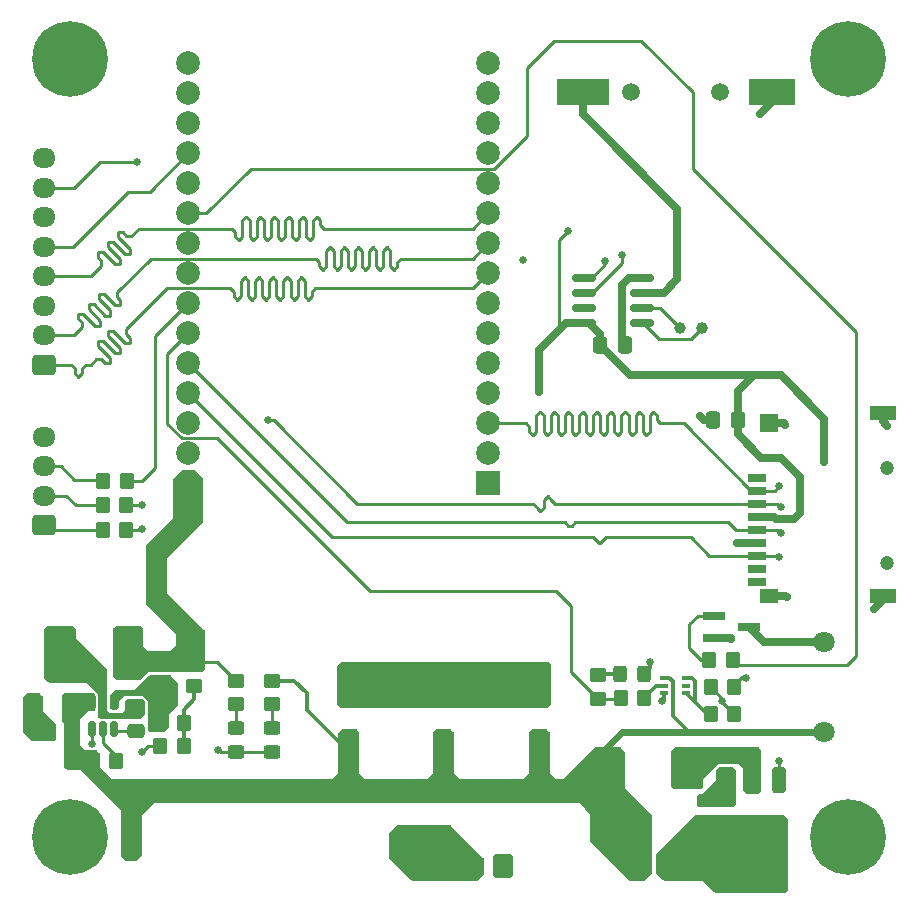
<source format=gtl>
G04 #@! TF.GenerationSoftware,KiCad,Pcbnew,7.0.8*
G04 #@! TF.CreationDate,2023-10-27T20:47:02+03:00*
G04 #@! TF.ProjectId,door-lock-pcb,646f6f72-2d6c-46f6-936b-2d7063622e6b,rev?*
G04 #@! TF.SameCoordinates,Original*
G04 #@! TF.FileFunction,Copper,L1,Top*
G04 #@! TF.FilePolarity,Positive*
%FSLAX46Y46*%
G04 Gerber Fmt 4.6, Leading zero omitted, Abs format (unit mm)*
G04 Created by KiCad (PCBNEW 7.0.8) date 2023-10-27 20:47:02*
%MOMM*%
%LPD*%
G01*
G04 APERTURE LIST*
G04 Aperture macros list*
%AMRoundRect*
0 Rectangle with rounded corners*
0 $1 Rounding radius*
0 $2 $3 $4 $5 $6 $7 $8 $9 X,Y pos of 4 corners*
0 Add a 4 corners polygon primitive as box body*
4,1,4,$2,$3,$4,$5,$6,$7,$8,$9,$2,$3,0*
0 Add four circle primitives for the rounded corners*
1,1,$1+$1,$2,$3*
1,1,$1+$1,$4,$5*
1,1,$1+$1,$6,$7*
1,1,$1+$1,$8,$9*
0 Add four rect primitives between the rounded corners*
20,1,$1+$1,$2,$3,$4,$5,0*
20,1,$1+$1,$4,$5,$6,$7,0*
20,1,$1+$1,$6,$7,$8,$9,0*
20,1,$1+$1,$8,$9,$2,$3,0*%
G04 Aperture macros list end*
G04 #@! TA.AperFunction,SMDPad,CuDef*
%ADD10R,0.650000X0.400000*%
G04 #@! TD*
G04 #@! TA.AperFunction,SMDPad,CuDef*
%ADD11RoundRect,0.250000X0.350000X0.450000X-0.350000X0.450000X-0.350000X-0.450000X0.350000X-0.450000X0*%
G04 #@! TD*
G04 #@! TA.AperFunction,SMDPad,CuDef*
%ADD12RoundRect,0.250000X0.337500X0.475000X-0.337500X0.475000X-0.337500X-0.475000X0.337500X-0.475000X0*%
G04 #@! TD*
G04 #@! TA.AperFunction,SMDPad,CuDef*
%ADD13RoundRect,0.250000X0.550000X-1.500000X0.550000X1.500000X-0.550000X1.500000X-0.550000X-1.500000X0*%
G04 #@! TD*
G04 #@! TA.AperFunction,ComponentPad*
%ADD14R,2.000000X2.000000*%
G04 #@! TD*
G04 #@! TA.AperFunction,ComponentPad*
%ADD15C,2.000000*%
G04 #@! TD*
G04 #@! TA.AperFunction,SMDPad,CuDef*
%ADD16RoundRect,0.250000X0.450000X-0.325000X0.450000X0.325000X-0.450000X0.325000X-0.450000X-0.325000X0*%
G04 #@! TD*
G04 #@! TA.AperFunction,SMDPad,CuDef*
%ADD17RoundRect,0.250000X-0.450000X0.350000X-0.450000X-0.350000X0.450000X-0.350000X0.450000X0.350000X0*%
G04 #@! TD*
G04 #@! TA.AperFunction,SMDPad,CuDef*
%ADD18RoundRect,0.250000X-0.350000X-0.450000X0.350000X-0.450000X0.350000X0.450000X-0.350000X0.450000X0*%
G04 #@! TD*
G04 #@! TA.AperFunction,SMDPad,CuDef*
%ADD19RoundRect,0.250000X-0.337500X-0.475000X0.337500X-0.475000X0.337500X0.475000X-0.337500X0.475000X0*%
G04 #@! TD*
G04 #@! TA.AperFunction,ComponentPad*
%ADD20C,1.800000*%
G04 #@! TD*
G04 #@! TA.AperFunction,SMDPad,CuDef*
%ADD21RoundRect,0.250000X0.450000X-0.350000X0.450000X0.350000X-0.450000X0.350000X-0.450000X-0.350000X0*%
G04 #@! TD*
G04 #@! TA.AperFunction,ComponentPad*
%ADD22C,0.800000*%
G04 #@! TD*
G04 #@! TA.AperFunction,ComponentPad*
%ADD23C,6.400000*%
G04 #@! TD*
G04 #@! TA.AperFunction,ComponentPad*
%ADD24RoundRect,0.250000X0.725000X-0.600000X0.725000X0.600000X-0.725000X0.600000X-0.725000X-0.600000X0*%
G04 #@! TD*
G04 #@! TA.AperFunction,ComponentPad*
%ADD25O,1.950000X1.700000*%
G04 #@! TD*
G04 #@! TA.AperFunction,SMDPad,CuDef*
%ADD26RoundRect,0.250000X0.412500X0.650000X-0.412500X0.650000X-0.412500X-0.650000X0.412500X-0.650000X0*%
G04 #@! TD*
G04 #@! TA.AperFunction,ComponentPad*
%ADD27C,1.200000*%
G04 #@! TD*
G04 #@! TA.AperFunction,SMDPad,CuDef*
%ADD28R,1.600000X0.700000*%
G04 #@! TD*
G04 #@! TA.AperFunction,SMDPad,CuDef*
%ADD29R,1.500000X1.200000*%
G04 #@! TD*
G04 #@! TA.AperFunction,SMDPad,CuDef*
%ADD30R,2.200000X1.200000*%
G04 #@! TD*
G04 #@! TA.AperFunction,SMDPad,CuDef*
%ADD31R,1.500000X1.600000*%
G04 #@! TD*
G04 #@! TA.AperFunction,SMDPad,CuDef*
%ADD32RoundRect,0.250000X0.325000X0.450000X-0.325000X0.450000X-0.325000X-0.450000X0.325000X-0.450000X0*%
G04 #@! TD*
G04 #@! TA.AperFunction,SMDPad,CuDef*
%ADD33R,2.350000X3.500000*%
G04 #@! TD*
G04 #@! TA.AperFunction,ComponentPad*
%ADD34RoundRect,0.250000X0.600000X0.750000X-0.600000X0.750000X-0.600000X-0.750000X0.600000X-0.750000X0*%
G04 #@! TD*
G04 #@! TA.AperFunction,ComponentPad*
%ADD35O,1.700000X2.000000*%
G04 #@! TD*
G04 #@! TA.AperFunction,ComponentPad*
%ADD36O,1.000000X2.400000*%
G04 #@! TD*
G04 #@! TA.AperFunction,SMDPad,CuDef*
%ADD37RoundRect,0.250000X-0.350000X0.850000X-0.350000X-0.850000X0.350000X-0.850000X0.350000X0.850000X0*%
G04 #@! TD*
G04 #@! TA.AperFunction,SMDPad,CuDef*
%ADD38RoundRect,0.250000X-1.125000X1.275000X-1.125000X-1.275000X1.125000X-1.275000X1.125000X1.275000X0*%
G04 #@! TD*
G04 #@! TA.AperFunction,SMDPad,CuDef*
%ADD39RoundRect,0.249997X-2.650003X2.950003X-2.650003X-2.950003X2.650003X-2.950003X2.650003X2.950003X0*%
G04 #@! TD*
G04 #@! TA.AperFunction,SMDPad,CuDef*
%ADD40RoundRect,0.150000X-0.150000X0.512500X-0.150000X-0.512500X0.150000X-0.512500X0.150000X0.512500X0*%
G04 #@! TD*
G04 #@! TA.AperFunction,SMDPad,CuDef*
%ADD41RoundRect,0.250000X1.000000X-1.400000X1.000000X1.400000X-1.000000X1.400000X-1.000000X-1.400000X0*%
G04 #@! TD*
G04 #@! TA.AperFunction,SMDPad,CuDef*
%ADD42RoundRect,0.150000X0.825000X0.150000X-0.825000X0.150000X-0.825000X-0.150000X0.825000X-0.150000X0*%
G04 #@! TD*
G04 #@! TA.AperFunction,SMDPad,CuDef*
%ADD43R,1.900000X0.800000*%
G04 #@! TD*
G04 #@! TA.AperFunction,SMDPad,CuDef*
%ADD44RoundRect,0.250000X-0.650000X0.412500X-0.650000X-0.412500X0.650000X-0.412500X0.650000X0.412500X0*%
G04 #@! TD*
G04 #@! TA.AperFunction,ComponentPad*
%ADD45C,1.000000*%
G04 #@! TD*
G04 #@! TA.AperFunction,SMDPad,CuDef*
%ADD46RoundRect,0.250000X0.475000X-0.337500X0.475000X0.337500X-0.475000X0.337500X-0.475000X-0.337500X0*%
G04 #@! TD*
G04 #@! TA.AperFunction,ComponentPad*
%ADD47C,1.500000*%
G04 #@! TD*
G04 #@! TA.AperFunction,SMDPad,CuDef*
%ADD48R,4.400000X2.300000*%
G04 #@! TD*
G04 #@! TA.AperFunction,SMDPad,CuDef*
%ADD49R,4.000000X2.300000*%
G04 #@! TD*
G04 #@! TA.AperFunction,ViaPad*
%ADD50C,0.650000*%
G04 #@! TD*
G04 #@! TA.AperFunction,Conductor*
%ADD51C,0.250000*%
G04 #@! TD*
G04 #@! TA.AperFunction,Conductor*
%ADD52C,0.300000*%
G04 #@! TD*
G04 #@! TA.AperFunction,Conductor*
%ADD53C,0.600000*%
G04 #@! TD*
G04 #@! TA.AperFunction,Conductor*
%ADD54C,0.700000*%
G04 #@! TD*
G04 APERTURE END LIST*
D10*
X180345000Y-118080000D03*
X180345000Y-118730000D03*
X180345000Y-119380000D03*
X182245000Y-119380000D03*
X182245000Y-118730000D03*
X182245000Y-118080000D03*
D11*
X186293000Y-118872000D03*
X184293000Y-118872000D03*
D12*
X186584500Y-96266000D03*
X184509500Y-96266000D03*
D13*
X153670000Y-124345000D03*
X153670000Y-118745000D03*
D14*
X165481000Y-101621000D03*
D15*
X165481000Y-99081000D03*
X165481000Y-96541000D03*
X165481000Y-94001000D03*
X165481000Y-91461000D03*
X165481000Y-88921000D03*
X165481000Y-86381000D03*
X165481000Y-83841000D03*
X165481000Y-81301000D03*
X165481000Y-78761000D03*
X165481000Y-76221000D03*
X165481000Y-73681000D03*
X165481000Y-71141000D03*
X165481000Y-68601000D03*
X165481000Y-66061000D03*
X140081000Y-66061000D03*
X140081000Y-68601000D03*
X140081000Y-71141000D03*
X140081000Y-73681000D03*
X140081000Y-76221000D03*
X140081000Y-78761000D03*
X140081000Y-81301000D03*
X140081000Y-83841000D03*
X140081000Y-86381000D03*
X140081000Y-88921000D03*
X140081000Y-91461000D03*
X140081000Y-94001000D03*
X140081000Y-96541000D03*
X140081000Y-99081000D03*
X140081000Y-101621000D03*
D11*
X134836500Y-103465000D03*
X132836500Y-103465000D03*
D16*
X144152999Y-124342000D03*
X144152999Y-122292000D03*
D17*
X147200999Y-118334000D03*
X147200999Y-120334000D03*
D11*
X134852500Y-101433000D03*
X132852500Y-101433000D03*
D16*
X147193000Y-124342000D03*
X147193000Y-122292000D03*
D18*
X176673000Y-119761000D03*
X178673000Y-119761000D03*
D19*
X174963000Y-89916000D03*
X177038000Y-89916000D03*
D20*
X193929000Y-122672000D03*
X193929000Y-115072000D03*
D21*
X174752000Y-119872000D03*
X174752000Y-117872000D03*
D18*
X131969000Y-125095000D03*
X133969000Y-125095000D03*
D13*
X161649000Y-124339000D03*
X161649000Y-118739000D03*
D22*
X127694056Y-131525944D03*
X128397000Y-129828888D03*
X128397000Y-133223000D03*
X130094056Y-129125944D03*
D23*
X130094056Y-131525944D03*
D22*
X130094056Y-133925944D03*
X131791112Y-129828888D03*
X131791112Y-133223000D03*
X132494056Y-131525944D03*
D24*
X127889000Y-91567000D03*
D25*
X127889000Y-89067000D03*
X127889000Y-86567000D03*
X127889000Y-84067000D03*
X127889000Y-81567000D03*
X127889000Y-79067000D03*
X127889000Y-76567000D03*
X127889000Y-74067000D03*
D13*
X169799000Y-124339000D03*
X169799000Y-118739000D03*
D26*
X130086500Y-120396000D03*
X126961500Y-120396000D03*
D27*
X199263000Y-108328000D03*
X199263000Y-100328000D03*
D28*
X188263000Y-101128000D03*
X188263000Y-102228000D03*
X188263000Y-103328000D03*
X188263000Y-104428000D03*
X188263000Y-105528000D03*
X188263000Y-106628000D03*
X188263000Y-107728000D03*
X188263000Y-108828000D03*
D29*
X189263000Y-111128000D03*
D30*
X198863000Y-111128000D03*
X198863000Y-95628000D03*
D31*
X189263000Y-96528000D03*
D28*
X188263000Y-109928000D03*
D32*
X178698000Y-117729000D03*
X176648000Y-117729000D03*
D12*
X130196500Y-122682000D03*
X128121500Y-122682000D03*
D22*
X193514944Y-131525944D03*
X194217888Y-129828888D03*
X194217888Y-133223000D03*
X195914944Y-129125944D03*
D23*
X195914944Y-131525944D03*
D22*
X195914944Y-133925944D03*
X197612000Y-129828888D03*
X197612000Y-133223000D03*
X198314944Y-131525944D03*
D33*
X129230000Y-115570000D03*
X134930000Y-115570000D03*
D17*
X140589000Y-116729000D03*
X140589000Y-118729000D03*
D34*
X166751000Y-133985000D03*
D35*
X164251000Y-133985000D03*
D22*
X127694056Y-65705056D03*
X128397000Y-64008000D03*
X128397000Y-67402112D03*
X130094056Y-63305056D03*
D23*
X130094056Y-65705056D03*
D22*
X130094056Y-68105056D03*
X131791112Y-64008000D03*
X131791112Y-67402112D03*
X132494056Y-65705056D03*
D18*
X184293000Y-121158000D03*
X186293000Y-121158000D03*
D36*
X157861000Y-132080000D03*
X135255000Y-132080000D03*
D22*
X193514944Y-65705056D03*
X194217888Y-64008000D03*
X194217888Y-67402112D03*
X195914944Y-63305056D03*
D23*
X195914944Y-65705056D03*
D22*
X195914944Y-68105056D03*
X197612000Y-64008000D03*
X197612000Y-67402112D03*
X198314944Y-65705056D03*
D37*
X190113000Y-126746000D03*
X187833000Y-126746000D03*
X185553000Y-126746000D03*
D38*
X189358000Y-131371000D03*
X186308000Y-131371000D03*
D39*
X187833000Y-133046000D03*
D38*
X189358000Y-134721000D03*
X186308000Y-134721000D03*
D18*
X137684000Y-123825000D03*
X139684000Y-123825000D03*
D11*
X134836500Y-105555000D03*
X132836500Y-105555000D03*
D34*
X180721000Y-133985000D03*
D35*
X178221000Y-133985000D03*
D40*
X133792000Y-120147500D03*
X132842000Y-120147500D03*
X131892000Y-120147500D03*
X131892000Y-122422500D03*
X132842000Y-122422500D03*
X133792000Y-122422500D03*
D41*
X175543000Y-125730000D03*
X182343000Y-125730000D03*
D42*
X178497000Y-88011000D03*
X178497000Y-86741000D03*
X178497000Y-85471000D03*
X178497000Y-84201000D03*
X173547000Y-84201000D03*
X173547000Y-85471000D03*
X173547000Y-86741000D03*
X173547000Y-88011000D03*
D11*
X139684000Y-121920000D03*
X137684000Y-121920000D03*
D43*
X184555000Y-112842000D03*
X184555000Y-114742000D03*
X187555000Y-113792000D03*
D44*
X138176000Y-116801500D03*
X138176000Y-119926500D03*
D45*
X183576000Y-88435000D03*
X181676000Y-88435000D03*
D17*
X144152999Y-118334000D03*
X144152999Y-120334000D03*
D46*
X135636000Y-122576500D03*
X135636000Y-120501500D03*
D11*
X186166000Y-116586000D03*
X184166000Y-116586000D03*
D24*
X127883500Y-105163000D03*
D25*
X127883500Y-102663000D03*
X127883500Y-100163000D03*
X127883500Y-97663000D03*
D47*
X177583000Y-68453000D03*
X185083000Y-68453000D03*
D48*
X173483000Y-68453000D03*
D49*
X189483000Y-68453000D03*
D50*
X166370000Y-119634000D03*
X168148000Y-117864876D03*
X166370000Y-117856000D03*
X168148000Y-119634000D03*
X163322000Y-119634000D03*
X165100000Y-117864876D03*
X163322000Y-117856000D03*
X165100000Y-119634000D03*
X158242000Y-119634000D03*
X160020000Y-117864876D03*
X158242000Y-117856000D03*
X160020000Y-119634000D03*
X185293000Y-120015000D03*
X187325000Y-118110000D03*
X179197000Y-116713000D03*
X180213000Y-120015000D03*
X183388000Y-95885000D03*
X155194000Y-119634000D03*
X155194000Y-117856000D03*
X156972000Y-117864876D03*
X156972000Y-119634000D03*
X142628999Y-124160000D03*
X186055000Y-114808000D03*
X138176000Y-118364000D03*
X186055000Y-128524000D03*
X136525000Y-118999000D03*
X198120000Y-112268000D03*
X190754000Y-111252000D03*
X199263000Y-96774000D03*
X188468000Y-70358000D03*
X184785000Y-128524000D03*
X126746000Y-122301000D03*
X176784000Y-85344000D03*
X183642000Y-128524000D03*
X190627000Y-96647000D03*
X186563000Y-106680000D03*
X176784000Y-88392000D03*
X190119000Y-101854000D03*
X190246000Y-105791000D03*
X190246000Y-103632000D03*
X146812000Y-96266000D03*
X190119000Y-107823000D03*
X135763000Y-74422000D03*
X169799000Y-93853000D03*
X172212000Y-80264000D03*
X193929000Y-99822000D03*
X168402000Y-82677000D03*
X176784000Y-82296000D03*
X175387000Y-82804000D03*
X131953000Y-123698000D03*
X136144000Y-124333000D03*
X136138500Y-105497000D03*
X136138500Y-103465000D03*
X190119000Y-125095000D03*
D51*
X138303000Y-90699000D02*
X140081000Y-88921000D01*
X138303000Y-96551981D02*
X138303000Y-90699000D01*
X155448000Y-110744000D02*
X142510000Y-97806000D01*
X172466000Y-117602000D02*
X172466000Y-112014000D01*
X174736000Y-119872000D02*
X172466000Y-117602000D01*
X171196000Y-110744000D02*
X155448000Y-110744000D01*
X139557019Y-97806000D02*
X138303000Y-96551981D01*
X174752000Y-119872000D02*
X174736000Y-119872000D01*
X172466000Y-112014000D02*
X171196000Y-110744000D01*
X142510000Y-97806000D02*
X139557019Y-97806000D01*
X185293000Y-120158000D02*
X186293000Y-121158000D01*
X185293000Y-120015000D02*
X185293000Y-120158000D01*
X185293000Y-119872000D02*
X184293000Y-118872000D01*
X185293000Y-120015000D02*
X185293000Y-119872000D01*
D52*
X186944000Y-118110000D02*
X187325000Y-118110000D01*
X186293000Y-118761000D02*
X186944000Y-118110000D01*
X183007000Y-120142000D02*
X183070500Y-120205500D01*
X183070500Y-120205500D02*
X182245000Y-119380000D01*
X183007000Y-118364000D02*
X183007000Y-120142000D01*
X184023000Y-121158000D02*
X183070500Y-120205500D01*
X182723000Y-118080000D02*
X183007000Y-118364000D01*
X182245000Y-118080000D02*
X182723000Y-118080000D01*
X184293000Y-121158000D02*
X184023000Y-121158000D01*
D51*
X176562000Y-119872000D02*
X176673000Y-119761000D01*
X174752000Y-119872000D02*
X176562000Y-119872000D01*
D52*
X174895000Y-117729000D02*
X174752000Y-117872000D01*
X176648000Y-117729000D02*
X174895000Y-117729000D01*
X179197000Y-117230000D02*
X178698000Y-117729000D01*
X179197000Y-116713000D02*
X179197000Y-117230000D01*
X180345000Y-119883000D02*
X180213000Y-120015000D01*
X180345000Y-119380000D02*
X180345000Y-119883000D01*
X181102000Y-121275000D02*
X182499000Y-122672000D01*
X181102000Y-118364000D02*
X181102000Y-121275000D01*
X180818000Y-118080000D02*
X181102000Y-118364000D01*
X180345000Y-118080000D02*
X180818000Y-118080000D01*
X179704000Y-118730000D02*
X180345000Y-118730000D01*
X178673000Y-119761000D02*
X179704000Y-118730000D01*
D53*
X182499000Y-122672000D02*
X181356000Y-122672000D01*
X193929000Y-122672000D02*
X182499000Y-122672000D01*
D51*
X181229000Y-122545000D02*
X181356000Y-122672000D01*
D52*
X150114000Y-120789000D02*
X153670000Y-124345000D01*
X149068000Y-118334000D02*
X150114000Y-119380000D01*
X150114000Y-119380000D02*
X150114000Y-120789000D01*
X147200999Y-118334000D02*
X149068000Y-118334000D01*
D54*
X183769000Y-96266000D02*
X183388000Y-95885000D01*
X184509500Y-96266000D02*
X183769000Y-96266000D01*
X189645000Y-104428000D02*
X188263000Y-104428000D01*
X191389000Y-104648000D02*
X189865000Y-104648000D01*
X191897000Y-104140000D02*
X191389000Y-104648000D01*
X189865000Y-104648000D02*
X189645000Y-104428000D01*
X191897000Y-101092000D02*
X191897000Y-104140000D01*
X190246000Y-99441000D02*
X191897000Y-101092000D01*
X188595000Y-99441000D02*
X190246000Y-99441000D01*
X186584500Y-97430500D02*
X188595000Y-99441000D01*
X186584500Y-96266000D02*
X186584500Y-97430500D01*
X186584500Y-93831500D02*
X186584500Y-96266000D01*
X187960000Y-92456000D02*
X186584500Y-93831500D01*
X187960000Y-92456000D02*
X177503000Y-92456000D01*
X190246000Y-92456000D02*
X187960000Y-92456000D01*
X178497000Y-85471000D02*
X180340000Y-85471000D01*
X181483000Y-84328000D02*
X181483000Y-78359000D01*
X173483000Y-70359000D02*
X173483000Y-68453000D01*
X180340000Y-85471000D02*
X181483000Y-84328000D01*
X181483000Y-78359000D02*
X173483000Y-70359000D01*
D51*
X173483000Y-69468000D02*
X173483000Y-68453000D01*
X142810999Y-124342000D02*
X142628999Y-124160000D01*
D54*
X186615000Y-106628000D02*
X186563000Y-106680000D01*
X177419000Y-84201000D02*
X176784000Y-84836000D01*
D51*
X144152999Y-124342001D02*
X142810999Y-124342000D01*
D54*
X176784000Y-85344000D02*
X176784000Y-88392000D01*
X185989000Y-114742000D02*
X186055000Y-114808000D01*
X188263000Y-106628000D02*
X186615000Y-106628000D01*
X189263000Y-111128000D02*
X190630000Y-111128000D01*
X190508000Y-96528000D02*
X190627000Y-96647000D01*
X198863000Y-96374000D02*
X199263000Y-96774000D01*
X198863000Y-111128000D02*
X198863000Y-111525000D01*
X198863000Y-95628000D02*
X198863000Y-96374000D01*
X176784000Y-89662000D02*
X177038000Y-89916000D01*
D51*
X147192999Y-124342000D02*
X144152999Y-124342001D01*
D54*
X176784000Y-84836000D02*
X176784000Y-85344000D01*
X198863000Y-111525000D02*
X198120000Y-112268000D01*
X184555000Y-114742000D02*
X185989000Y-114742000D01*
X190630000Y-111128000D02*
X190754000Y-111252000D01*
X178497000Y-84201000D02*
X177419000Y-84201000D01*
X189483000Y-68453000D02*
X189483000Y-69343000D01*
X189263000Y-96528000D02*
X190508000Y-96528000D01*
X176784000Y-88392000D02*
X176784000Y-89662000D01*
X189483000Y-69343000D02*
X188468000Y-70358000D01*
D53*
X176794000Y-122672000D02*
X175543000Y-123923000D01*
X181356000Y-122672000D02*
X176794000Y-122672000D01*
X175543000Y-123923000D02*
X175543000Y-125730000D01*
D51*
X135636000Y-122576500D02*
X133946000Y-122576500D01*
X140589000Y-116729000D02*
X142547999Y-116729000D01*
X142547999Y-116729000D02*
X144152999Y-118334000D01*
X176156000Y-97237222D02*
X176456000Y-97537222D01*
X178256000Y-95544778D02*
X178556000Y-95844778D01*
X171656000Y-97537222D02*
X171956000Y-97237222D01*
X168956000Y-97237222D02*
X169256000Y-97537222D01*
X179756000Y-96241000D02*
X180056000Y-96541000D01*
X182012000Y-96541000D02*
X187699000Y-102228000D01*
X178556000Y-97237222D02*
X178856000Y-97537222D01*
X176756000Y-97237222D02*
X176756000Y-95844778D01*
X168656000Y-96541000D02*
X168956000Y-96841000D01*
X176756000Y-95844778D02*
X177056000Y-95544778D01*
X169256000Y-97537222D02*
X169556000Y-97237222D01*
X179456000Y-95544764D02*
X179756000Y-95844764D01*
X180056000Y-96541000D02*
X182012000Y-96541000D01*
X171356000Y-95844778D02*
X171356000Y-97237222D01*
X187699000Y-102228000D02*
X188263000Y-102228000D01*
X173456000Y-95544778D02*
X173756000Y-95844778D01*
X169856000Y-95544778D02*
X170156000Y-95844778D01*
X188263000Y-102228000D02*
X189745000Y-102228000D01*
X173756000Y-95844778D02*
X173756000Y-97237222D01*
X171056000Y-95544778D02*
X171356000Y-95844778D01*
X175556000Y-97237222D02*
X175556000Y-95844778D01*
X171956000Y-97237222D02*
X171956000Y-95844778D01*
X173156000Y-97237222D02*
X173156000Y-95844778D01*
X171356000Y-97237222D02*
X171656000Y-97537222D01*
X177656000Y-97537222D02*
X177956000Y-97237222D01*
X173156000Y-95844778D02*
X173456000Y-95544778D01*
X172556000Y-95844778D02*
X172556000Y-97237222D01*
X179156000Y-97237222D02*
X179156000Y-95844764D01*
X165481000Y-96541000D02*
X168656000Y-96541000D01*
X169556000Y-95844778D02*
X169856000Y-95544778D01*
X170456000Y-97537222D02*
X170756000Y-97237222D01*
X177356000Y-95844778D02*
X177356000Y-97237222D01*
X175256000Y-97537222D02*
X175556000Y-97237222D01*
X170156000Y-95844778D02*
X170156000Y-97237222D01*
X170756000Y-95844778D02*
X171056000Y-95544778D01*
X174056000Y-97537222D02*
X174356000Y-97237222D01*
X176156000Y-95844778D02*
X176156000Y-97237222D01*
X169556000Y-97237222D02*
X169556000Y-95844778D01*
X177056000Y-95544778D02*
X177356000Y-95844778D01*
X168956000Y-96841000D02*
X168956000Y-97237222D01*
X174956000Y-95844778D02*
X174956000Y-97237222D01*
X189745000Y-102228000D02*
X190119000Y-101854000D01*
X171956000Y-95844778D02*
X172256000Y-95544778D01*
X174356000Y-95844778D02*
X174656000Y-95544778D01*
X175856000Y-95544778D02*
X176156000Y-95844778D01*
X175556000Y-95844778D02*
X175856000Y-95544778D01*
X179156000Y-95844764D02*
X179456000Y-95544764D01*
X177356000Y-97237222D02*
X177656000Y-97537222D01*
X176456000Y-97537222D02*
X176756000Y-97237222D01*
X179756000Y-95844764D02*
X179756000Y-96241000D01*
X170756000Y-97237222D02*
X170756000Y-95844778D01*
X172256000Y-95544778D02*
X172556000Y-95844778D01*
X178556000Y-95844778D02*
X178556000Y-97237222D01*
X170156000Y-97237222D02*
X170456000Y-97537222D01*
X173756000Y-97237222D02*
X174056000Y-97537222D01*
X177956000Y-97237222D02*
X177956000Y-95844778D01*
X172556000Y-97237222D02*
X172856000Y-97537222D01*
X177956000Y-95844778D02*
X178256000Y-95544778D01*
X174356000Y-97237222D02*
X174356000Y-95844778D01*
X174956000Y-97237222D02*
X175256000Y-97537222D01*
X172856000Y-97537222D02*
X173156000Y-97237222D01*
X174656000Y-95544778D02*
X174956000Y-95844778D01*
X178856000Y-97537222D02*
X179156000Y-97237222D01*
X186436000Y-105528000D02*
X188263000Y-105528000D01*
X172558000Y-105205290D02*
X172861290Y-104902000D01*
X185810000Y-104902000D02*
X186436000Y-105528000D01*
X140081000Y-91461000D02*
X153522000Y-104902000D01*
X188263000Y-105528000D02*
X189983000Y-105528000D01*
X153522000Y-104902000D02*
X171958000Y-104902000D01*
X189983000Y-105528000D02*
X190246000Y-105791000D01*
X172261290Y-105205290D02*
X172558000Y-105205290D01*
X171958000Y-104902000D02*
X172261290Y-105205290D01*
X172861290Y-104902000D02*
X185810000Y-104902000D01*
X154382000Y-103328000D02*
X169291000Y-103328000D01*
X170791000Y-102990935D02*
X170791000Y-103028000D01*
X169891000Y-103965092D02*
X170191000Y-103665092D01*
X189942000Y-103328000D02*
X190246000Y-103632000D01*
X146812000Y-96266000D02*
X147320000Y-96266000D01*
X169291000Y-103328000D02*
X169591000Y-103628000D01*
X170791000Y-103028000D02*
X171091000Y-103328000D01*
X171091000Y-103328000D02*
X188263000Y-103328000D01*
X188263000Y-103328000D02*
X189942000Y-103328000D01*
X169591000Y-103665092D02*
X169891000Y-103965092D01*
X170191000Y-102990935D02*
X170491000Y-102690935D01*
X170491000Y-102690935D02*
X170791000Y-102990935D01*
X170191000Y-103665092D02*
X170191000Y-102990935D01*
X169591000Y-103628000D02*
X169591000Y-103665092D01*
X147320000Y-96266000D02*
X154382000Y-103328000D01*
X140081000Y-94001000D02*
X152252000Y-106172000D01*
X174971000Y-106645314D02*
X175444314Y-106172000D01*
X174844314Y-106645314D02*
X174971000Y-106645314D01*
X175444314Y-106172000D02*
X182626000Y-106172000D01*
X184182000Y-107728000D02*
X188263000Y-107728000D01*
X190024000Y-107728000D02*
X190119000Y-107823000D01*
X174371000Y-106172000D02*
X174844314Y-106645314D01*
X188263000Y-107728000D02*
X190024000Y-107728000D01*
X182626000Y-106172000D02*
X184182000Y-107728000D01*
X152252000Y-106172000D02*
X174371000Y-106172000D01*
X132588000Y-74422000D02*
X130443000Y-76567000D01*
X130443000Y-76567000D02*
X127889000Y-76567000D01*
X135763000Y-74422000D02*
X132588000Y-74422000D01*
D54*
X169799000Y-90297000D02*
X172085000Y-88011000D01*
X193929000Y-96139000D02*
X190246000Y-92456000D01*
D51*
X171450000Y-81026000D02*
X171450000Y-88646000D01*
D54*
X193929000Y-99822000D02*
X193929000Y-96139000D01*
X173547000Y-88011000D02*
X173990000Y-88011000D01*
X172085000Y-88011000D02*
X173547000Y-88011000D01*
D51*
X172212000Y-80264000D02*
X171450000Y-81026000D01*
D54*
X169799000Y-93853000D02*
X169799000Y-90297000D01*
X174963000Y-88984000D02*
X174963000Y-89916000D01*
X177503000Y-92456000D02*
X174963000Y-89916000D01*
X173990000Y-88011000D02*
X174963000Y-88984000D01*
D51*
X174863000Y-119761000D02*
X174752000Y-119872000D01*
X133699839Y-88703214D02*
X134689787Y-89693161D01*
X146337000Y-84439304D02*
X146337000Y-85772682D01*
X143637000Y-85106000D02*
X143937000Y-85406000D01*
X132709883Y-91107381D02*
X132992725Y-91390223D01*
X145437000Y-86072696D02*
X145737000Y-85772696D01*
X143937000Y-85772696D02*
X144237000Y-86072696D01*
X145137000Y-84439304D02*
X145137000Y-85772696D01*
X146637000Y-86072682D02*
X146937000Y-85772682D01*
X144237000Y-86072696D02*
X144537000Y-85772696D01*
X130475000Y-91867000D02*
X130475000Y-92267000D01*
X147837000Y-86072696D02*
X148137000Y-85772696D01*
X138287000Y-85106000D02*
X143637000Y-85106000D01*
X150537000Y-85406000D02*
X150837000Y-85106000D01*
X149937000Y-85772682D02*
X150237000Y-86072682D01*
X145737000Y-84439304D02*
X146037000Y-84139304D01*
X134831209Y-88561790D02*
X138287000Y-85106000D01*
X133416989Y-91390223D02*
X133416989Y-90965958D01*
X130775000Y-92567000D02*
X131075000Y-92267000D01*
X131075000Y-92267000D02*
X131075000Y-91867000D01*
X131375000Y-91567000D02*
X131826000Y-91567000D01*
X134831208Y-88986053D02*
X134831209Y-88561790D01*
X143937000Y-85406000D02*
X143937000Y-85772696D01*
X145737000Y-85772696D02*
X145737000Y-84439304D01*
X146337000Y-85772682D02*
X146637000Y-86072682D01*
X149637000Y-84139304D02*
X149937000Y-84439304D01*
X147237000Y-84139304D02*
X147537000Y-84439304D01*
X146037000Y-84139304D02*
X146337000Y-84439304D01*
X133275573Y-88703215D02*
X133699839Y-88703214D01*
X150837000Y-85106000D02*
X164216000Y-85106000D01*
X130475000Y-92267000D02*
X130775000Y-92567000D01*
X135114051Y-89693161D02*
X135114051Y-89268896D01*
X132427042Y-89551746D02*
X132851308Y-89551745D01*
X150537000Y-85772682D02*
X150537000Y-85406000D01*
X146937000Y-85772682D02*
X146937000Y-84439304D01*
X133416989Y-90965958D02*
X132427042Y-89976010D01*
X132285619Y-91107381D02*
X132709883Y-91107381D01*
X164216000Y-85106000D02*
X165481000Y-83841000D01*
X131075000Y-91867000D02*
X131375000Y-91567000D01*
X148737000Y-85772696D02*
X149037000Y-86072696D01*
X145137000Y-85772696D02*
X145437000Y-86072696D01*
X148737000Y-84439318D02*
X148737000Y-85772696D01*
X127889000Y-91567000D02*
X130175000Y-91567000D01*
X144537000Y-85772696D02*
X144537000Y-84439304D01*
X132992725Y-91390223D02*
X133416989Y-91390223D01*
X132427042Y-89976010D02*
X132427042Y-89551746D01*
X134265520Y-90117427D02*
X133275573Y-89127479D01*
X132851308Y-89551745D02*
X133841256Y-90541692D01*
X146937000Y-84439304D02*
X147237000Y-84139304D01*
X149337000Y-85772696D02*
X149337000Y-84439304D01*
X147537000Y-84439304D02*
X147537000Y-85772696D01*
X148437000Y-84139318D02*
X148737000Y-84439318D01*
X131826000Y-91567000D02*
X132285619Y-91107381D01*
X135114051Y-89268896D02*
X134831208Y-88986053D01*
X149337000Y-84439304D02*
X149637000Y-84139304D01*
X148137000Y-85772696D02*
X148137000Y-84439318D01*
X147537000Y-85772696D02*
X147837000Y-86072696D01*
X130175000Y-91567000D02*
X130475000Y-91867000D01*
X149037000Y-86072696D02*
X149337000Y-85772696D01*
X133841256Y-90541692D02*
X134265520Y-90541692D01*
X134689787Y-89693161D02*
X135114051Y-89693161D01*
X144837000Y-84139304D02*
X145137000Y-84439304D01*
X133275573Y-89127479D02*
X133275573Y-88703215D01*
X134265520Y-90541692D02*
X134265520Y-90117427D01*
X149937000Y-84439304D02*
X149937000Y-85772682D01*
X144537000Y-84439304D02*
X144837000Y-84139304D01*
X148137000Y-84439318D02*
X148437000Y-84139318D01*
X150237000Y-86072682D02*
X150537000Y-85772682D01*
X156576000Y-81926031D02*
X156876000Y-81626031D01*
X153876000Y-83525969D02*
X154176000Y-83225969D01*
X134316698Y-86129249D02*
X134033855Y-85846406D01*
X132619636Y-87826311D02*
X131629689Y-86836363D01*
X155676000Y-81626044D02*
X155976000Y-81926044D01*
X155976000Y-81926044D02*
X155976000Y-83225969D01*
X133468167Y-87402045D02*
X133468167Y-86977780D01*
X150876000Y-82576000D02*
X151176000Y-82876000D01*
X130781158Y-87684894D02*
X130781158Y-87260630D01*
X151176000Y-82876000D02*
X151176000Y-83225956D01*
X134033856Y-85422143D02*
X136880000Y-82576000D01*
X132053955Y-86412098D02*
X133043903Y-87402045D01*
X136880000Y-82576000D02*
X150876000Y-82576000D01*
X153276000Y-81626044D02*
X153576000Y-81926044D01*
X133892434Y-86553514D02*
X134316698Y-86553514D01*
X157176000Y-81926031D02*
X157176000Y-83225969D01*
X157776000Y-83225969D02*
X157776000Y-82876000D01*
X156876000Y-81626031D02*
X157176000Y-81926031D01*
X153576000Y-83225969D02*
X153876000Y-83525969D01*
X156276000Y-83525969D02*
X156576000Y-83225969D01*
X151476000Y-83525956D02*
X151776000Y-83225956D01*
X131629689Y-86412099D02*
X132053955Y-86412098D01*
X133468167Y-86977780D02*
X132478220Y-85987832D01*
X132195372Y-88250576D02*
X132619636Y-88250576D01*
X158076000Y-82576000D02*
X164206000Y-82576000D01*
X127889000Y-89067000D02*
X130389000Y-89067000D01*
X132902486Y-85563567D02*
X133892434Y-86553514D01*
X155376000Y-83225969D02*
X155376000Y-81926044D01*
X130781158Y-87260630D02*
X131205424Y-87260629D01*
X151776000Y-83225956D02*
X151776000Y-81926044D01*
X154476000Y-81626031D02*
X154776000Y-81926031D01*
X156576000Y-83225969D02*
X156576000Y-81926031D01*
X134316698Y-86553514D02*
X134316698Y-86129249D01*
X132478220Y-85987832D02*
X132478220Y-85563568D01*
X130389000Y-89067000D02*
X131064000Y-88392000D01*
X157476000Y-83525969D02*
X157776000Y-83225969D01*
X164206000Y-82576000D02*
X165481000Y-81301000D01*
X153576000Y-81926044D02*
X153576000Y-83225969D01*
X157776000Y-82876000D02*
X158076000Y-82576000D01*
X131629689Y-86836363D02*
X131629689Y-86412099D01*
X155076000Y-83525969D02*
X155376000Y-83225969D01*
X131205424Y-87260629D02*
X132195372Y-88250576D01*
X154176000Y-81926031D02*
X154476000Y-81626031D01*
X133043903Y-87402045D02*
X133468167Y-87402045D01*
X157176000Y-83225969D02*
X157476000Y-83525969D01*
X132619636Y-88250576D02*
X132619636Y-87826311D01*
X155976000Y-83225969D02*
X156276000Y-83525969D01*
X152976000Y-83225969D02*
X152976000Y-81926044D01*
X151176000Y-83225956D02*
X151476000Y-83525956D01*
X152076000Y-81626044D02*
X152376000Y-81926044D01*
X152376000Y-83225969D02*
X152676000Y-83525969D01*
X131064000Y-87967736D02*
X130781158Y-87684894D01*
X134033855Y-85846406D02*
X134033856Y-85422143D01*
X154176000Y-83225969D02*
X154176000Y-81926031D01*
X131064000Y-88392000D02*
X131064000Y-87967736D01*
X132478220Y-85563568D02*
X132902486Y-85563567D01*
X155376000Y-81926044D02*
X155676000Y-81626044D01*
X152676000Y-83525969D02*
X152976000Y-83225969D01*
X152376000Y-81926044D02*
X152376000Y-83225969D01*
X154776000Y-83225969D02*
X155076000Y-83525969D01*
X151776000Y-81926044D02*
X152076000Y-81626044D01*
X154776000Y-81926031D02*
X154776000Y-83225969D01*
X152976000Y-81926044D02*
X153276000Y-81626044D01*
X144064000Y-80336000D02*
X144064000Y-80732593D01*
X148864000Y-80732593D02*
X149164000Y-81032593D01*
X147964000Y-81032593D02*
X148264000Y-80732593D01*
X135119167Y-81770780D02*
X134129220Y-80780832D01*
X148264000Y-80732593D02*
X148264000Y-79339407D01*
X134129220Y-80356568D02*
X134553486Y-80356567D01*
X151264000Y-79736000D02*
X151564000Y-80036000D01*
X143764000Y-80036000D02*
X144064000Y-80336000D01*
X134270636Y-82619311D02*
X133280689Y-81629363D01*
X146164000Y-79039407D02*
X146464000Y-79339407D01*
X148264000Y-79339407D02*
X148564000Y-79039407D01*
X147064000Y-79339407D02*
X147364000Y-79039407D01*
X133280689Y-81629363D02*
X133280689Y-81205099D01*
X150064000Y-80732593D02*
X150364000Y-81032593D01*
X147664000Y-79339407D02*
X147664000Y-80732593D01*
X145864000Y-79339407D02*
X146164000Y-79039407D01*
X151264000Y-79339421D02*
X151264000Y-79736000D01*
X147664000Y-80732593D02*
X147964000Y-81032593D01*
X150664000Y-80732593D02*
X150664000Y-79339421D01*
X144964000Y-79039407D02*
X145264000Y-79339407D01*
X164206000Y-80036000D02*
X165481000Y-78761000D01*
X149464000Y-80732593D02*
X149464000Y-79339421D01*
X134694903Y-82195045D02*
X135119167Y-82195045D01*
X145564000Y-81032593D02*
X145864000Y-80732593D01*
X133280689Y-81205099D02*
X133704955Y-81205098D01*
X150364000Y-81032593D02*
X150664000Y-80732593D01*
X145864000Y-80732593D02*
X145864000Y-79339407D01*
X145264000Y-79339407D02*
X145264000Y-80732593D01*
X148564000Y-79039407D02*
X148864000Y-79339407D01*
X149164000Y-81032593D02*
X149464000Y-80732593D01*
X151564000Y-80036000D02*
X164206000Y-80036000D01*
X127889000Y-84067000D02*
X131833000Y-84067000D01*
X134270636Y-83043576D02*
X134270636Y-82619311D01*
X145264000Y-80732593D02*
X145564000Y-81032593D01*
X131833000Y-84067000D02*
X132715000Y-83185000D01*
X148864000Y-79339407D02*
X148864000Y-80732593D01*
X134129220Y-80780832D02*
X134129220Y-80356568D01*
X135260592Y-80639409D02*
X135864000Y-80036000D01*
X135864000Y-80036000D02*
X143764000Y-80036000D01*
X132715000Y-82760736D02*
X132432158Y-82477894D01*
X144064000Y-80732593D02*
X144364000Y-81032593D01*
X150964000Y-79039421D02*
X151264000Y-79339421D01*
X150664000Y-79339421D02*
X150964000Y-79039421D01*
X133846372Y-83043576D02*
X134270636Y-83043576D01*
X149764000Y-79039421D02*
X150064000Y-79339421D01*
X133704955Y-81205098D02*
X134694903Y-82195045D01*
X144364000Y-81032593D02*
X144664000Y-80732593D01*
X132715000Y-83185000D02*
X132715000Y-82760736D01*
X147364000Y-79039407D02*
X147664000Y-79339407D01*
X134836329Y-80639410D02*
X135260592Y-80639409D01*
X146464000Y-79339407D02*
X146464000Y-80732593D01*
X144664000Y-80732593D02*
X144664000Y-79339407D01*
X134553486Y-80356567D02*
X134836329Y-80639410D01*
X149464000Y-79339421D02*
X149764000Y-79039421D01*
X135119167Y-82195045D02*
X135119167Y-81770780D01*
X146764000Y-81032593D02*
X147064000Y-80732593D01*
X132432158Y-82477894D02*
X132432158Y-82053630D01*
X150064000Y-79339421D02*
X150064000Y-80732593D01*
X146464000Y-80732593D02*
X146764000Y-81032593D01*
X132432158Y-82053630D02*
X132856424Y-82053629D01*
X132856424Y-82053629D02*
X133846372Y-83043576D01*
X144664000Y-79339407D02*
X144964000Y-79039407D01*
X147064000Y-80732593D02*
X147064000Y-79339407D01*
X182499000Y-113538000D02*
X183195000Y-112842000D01*
X182499000Y-115570000D02*
X182499000Y-113538000D01*
X183515000Y-116586000D02*
X182499000Y-115570000D01*
X183195000Y-112842000D02*
X184555000Y-112842000D01*
X184166000Y-116586000D02*
X183515000Y-116586000D01*
X171069000Y-64135000D02*
X178435000Y-64135000D01*
X182779000Y-74956000D02*
X196596000Y-88773000D01*
X196596000Y-88773000D02*
X196596000Y-116205000D01*
X178435000Y-64135000D02*
X182779000Y-68479000D01*
X141584000Y-78761000D02*
X145389000Y-74956000D01*
X186547000Y-116967000D02*
X186166000Y-116586000D01*
X182779000Y-68479000D02*
X182779000Y-74956000D01*
X140081000Y-78761000D02*
X141584000Y-78761000D01*
X195834000Y-116967000D02*
X186547000Y-116967000D01*
X145389000Y-74956000D02*
X165994981Y-74956000D01*
X168783000Y-72167981D02*
X168783000Y-66421000D01*
X165994981Y-74956000D02*
X168783000Y-72167981D01*
X196596000Y-116205000D02*
X195834000Y-116967000D01*
X168783000Y-66421000D02*
X171069000Y-64135000D01*
X174244000Y-85471000D02*
X176784000Y-82931000D01*
X173547000Y-85471000D02*
X174244000Y-85471000D01*
X176784000Y-82931000D02*
X176784000Y-82296000D01*
X174244000Y-84201000D02*
X175387000Y-83058000D01*
X173547000Y-84201000D02*
X174244000Y-84201000D01*
X175387000Y-83058000D02*
X175387000Y-82804000D01*
X132842000Y-123587000D02*
X132842000Y-122422500D01*
X133969000Y-124714000D02*
X132842000Y-123587000D01*
X136652000Y-123825000D02*
X136144000Y-124333000D01*
X131892000Y-122422500D02*
X131892000Y-123637000D01*
X137684000Y-123825000D02*
X136652000Y-123825000D01*
D52*
X140589000Y-118729000D02*
X140589000Y-119888000D01*
X140589000Y-119888000D02*
X139684000Y-120793000D01*
X139684000Y-120793000D02*
X139684000Y-123825000D01*
D51*
X178562000Y-88011000D02*
X179959000Y-89408000D01*
X182603000Y-89408000D02*
X183576000Y-88435000D01*
X178497000Y-88011000D02*
X178562000Y-88011000D01*
X179959000Y-89408000D02*
X182603000Y-89408000D01*
X179982000Y-86741000D02*
X181676000Y-88435000D01*
X178497000Y-86741000D02*
X179982000Y-86741000D01*
X144152999Y-120334001D02*
X144152999Y-122292001D01*
X147200999Y-122284000D02*
X147192999Y-122292000D01*
X147200999Y-120334000D02*
X147200999Y-122284000D01*
X128275500Y-105555000D02*
X127883500Y-105163000D01*
X132836500Y-105555000D02*
X128275500Y-105555000D01*
X129748500Y-102663000D02*
X127883500Y-102663000D01*
X130550500Y-103465000D02*
X129748500Y-102663000D01*
X132836500Y-103465000D02*
X130550500Y-103465000D01*
X132725500Y-101306000D02*
X130423500Y-101306000D01*
X130423500Y-101306000D02*
X129280500Y-100163000D01*
X132852500Y-101433000D02*
X132725500Y-101306000D01*
X129280500Y-100163000D02*
X127883500Y-100163000D01*
X134836500Y-105555000D02*
X136080500Y-105555000D01*
X136080500Y-105555000D02*
X136138500Y-105497000D01*
X137287000Y-100284500D02*
X136138500Y-101433000D01*
X136138500Y-101433000D02*
X134852500Y-101433001D01*
X137287000Y-89175000D02*
X137287000Y-100284500D01*
X140081000Y-86381000D02*
X137287000Y-89175000D01*
X134836500Y-103465000D02*
X136138500Y-103465000D01*
X190119000Y-125095000D02*
X190119000Y-126740000D01*
X190119000Y-126740000D02*
X190113000Y-126746000D01*
D54*
X188835000Y-115072000D02*
X187555000Y-113792000D01*
X193929000Y-115072000D02*
X188835000Y-115072000D01*
D51*
X127889000Y-81567000D02*
X130341387Y-81567000D01*
X130341387Y-81567000D02*
X134946387Y-76962000D01*
X134946387Y-76962000D02*
X136800000Y-76962000D01*
X136800000Y-76962000D02*
X140081000Y-73681000D01*
G04 #@! TA.AperFunction,Conductor*
G36*
X190515677Y-129686685D02*
G01*
X190536319Y-129703319D01*
X190844681Y-130011681D01*
X190878166Y-130073004D01*
X190881000Y-130099362D01*
X190881000Y-135965638D01*
X190861315Y-136032677D01*
X190844681Y-136053319D01*
X190663319Y-136234681D01*
X190601996Y-136268166D01*
X190575638Y-136271000D01*
X184709362Y-136271000D01*
X184642323Y-136251315D01*
X184621681Y-136234681D01*
X183642000Y-135255000D01*
X180391362Y-135255000D01*
X180324323Y-135235315D01*
X180303681Y-135218681D01*
X179741319Y-134656319D01*
X179707834Y-134594996D01*
X179705000Y-134568638D01*
X179705000Y-133020362D01*
X179724685Y-132953323D01*
X179741319Y-132932681D01*
X182970681Y-129703319D01*
X183032004Y-129669834D01*
X183058362Y-129667000D01*
X190448638Y-129667000D01*
X190515677Y-129686685D01*
G37*
G04 #@! TD.AperFunction*
G04 #@! TA.AperFunction,Conductor*
G36*
X132095677Y-119399685D02*
G01*
X132116319Y-119416319D01*
X132170681Y-119470681D01*
X132204166Y-119532004D01*
X132207000Y-119558362D01*
X132207000Y-120725638D01*
X132187315Y-120792677D01*
X132170681Y-120813319D01*
X132116319Y-120867681D01*
X132054996Y-120901166D01*
X132028638Y-120904000D01*
X131571999Y-120904000D01*
X130937000Y-121538999D01*
X130937000Y-121539000D01*
X130937000Y-123825000D01*
X131318000Y-124206000D01*
X131784662Y-124206000D01*
X131807742Y-124209038D01*
X131807759Y-124208913D01*
X131815816Y-124209973D01*
X131815817Y-124209974D01*
X131875127Y-124217782D01*
X131952999Y-124228035D01*
X131953000Y-124228035D01*
X131953001Y-124228035D01*
X132030872Y-124217782D01*
X132090183Y-124209974D01*
X132090183Y-124209973D01*
X132098241Y-124208913D01*
X132098257Y-124209038D01*
X132121338Y-124206000D01*
X132282638Y-124206000D01*
X132349677Y-124225685D01*
X132370319Y-124242319D01*
X132551681Y-124423681D01*
X132585166Y-124485004D01*
X132588000Y-124511362D01*
X132588000Y-125603000D01*
X133604000Y-126619000D01*
X152273000Y-126619000D01*
X152781000Y-126111000D01*
X152781000Y-122733362D01*
X152800685Y-122666323D01*
X152817319Y-122645681D01*
X152998681Y-122464319D01*
X153060004Y-122430834D01*
X153086362Y-122428000D01*
X154253638Y-122428000D01*
X154320677Y-122447685D01*
X154341319Y-122464319D01*
X154522681Y-122645681D01*
X154556166Y-122707004D01*
X154559000Y-122733362D01*
X154559000Y-126111000D01*
X155067000Y-126619000D01*
X160274000Y-126619000D01*
X160782000Y-126111000D01*
X160782000Y-122733362D01*
X160801685Y-122666323D01*
X160818319Y-122645681D01*
X160999681Y-122464319D01*
X161061004Y-122430834D01*
X161087362Y-122428000D01*
X162254638Y-122428000D01*
X162321677Y-122447685D01*
X162342319Y-122464319D01*
X162523681Y-122645681D01*
X162557166Y-122707004D01*
X162560000Y-122733362D01*
X162560000Y-126111000D01*
X163068000Y-126619000D01*
X168402000Y-126619000D01*
X168910000Y-126111000D01*
X168910000Y-122733362D01*
X168929685Y-122666323D01*
X168946319Y-122645681D01*
X169127681Y-122464319D01*
X169189004Y-122430834D01*
X169215362Y-122428000D01*
X170382638Y-122428000D01*
X170449677Y-122447685D01*
X170470319Y-122464319D01*
X170651681Y-122645681D01*
X170685166Y-122707004D01*
X170688000Y-122733362D01*
X170688000Y-126111000D01*
X171196000Y-126619000D01*
X171831000Y-126619000D01*
X174244000Y-124206000D01*
X174461681Y-123988319D01*
X174523004Y-123954834D01*
X174549362Y-123952000D01*
X176605638Y-123952000D01*
X176672677Y-123971685D01*
X176693319Y-123988319D01*
X177001681Y-124296681D01*
X177035166Y-124358004D01*
X177038000Y-124384362D01*
X177038000Y-127381000D01*
X179287681Y-129630681D01*
X179321166Y-129692004D01*
X179324000Y-129718362D01*
X179324000Y-134568638D01*
X179304315Y-134635677D01*
X179287681Y-134656319D01*
X178725319Y-135218681D01*
X178663996Y-135252166D01*
X178637638Y-135255000D01*
X177470362Y-135255000D01*
X177403323Y-135235315D01*
X177382681Y-135218681D01*
X174153319Y-131989319D01*
X174119834Y-131927996D01*
X174117000Y-131901638D01*
X174117000Y-129667001D01*
X174117000Y-129667000D01*
X173228000Y-128651000D01*
X173227999Y-128651000D01*
X137159999Y-128651000D01*
X136144000Y-129666999D01*
X136144000Y-133044638D01*
X136124315Y-133111677D01*
X136107681Y-133132319D01*
X135672319Y-133567681D01*
X135610996Y-133601166D01*
X135584638Y-133604000D01*
X134925362Y-133604000D01*
X134858323Y-133584315D01*
X134837681Y-133567681D01*
X134402319Y-133132319D01*
X134368834Y-133070996D01*
X134366000Y-133044638D01*
X134366000Y-129286000D01*
X130937000Y-125857000D01*
X129845362Y-125857000D01*
X129778323Y-125837315D01*
X129757681Y-125820681D01*
X129576319Y-125639319D01*
X129542834Y-125577996D01*
X129540000Y-125551638D01*
X129540000Y-121920000D01*
X129449319Y-121829319D01*
X129415834Y-121767996D01*
X129413000Y-121741638D01*
X129413000Y-119558362D01*
X129432685Y-119491323D01*
X129449319Y-119470681D01*
X129503681Y-119416319D01*
X129565004Y-119382834D01*
X129591362Y-119380000D01*
X132028638Y-119380000D01*
X132095677Y-119399685D01*
G37*
G04 #@! TD.AperFunction*
G04 #@! TA.AperFunction,Conductor*
G36*
X170576677Y-116732685D02*
G01*
X170597319Y-116749319D01*
X170778681Y-116930681D01*
X170812166Y-116992004D01*
X170815000Y-117018362D01*
X170815000Y-120217638D01*
X170795315Y-120284677D01*
X170778681Y-120305319D01*
X170470319Y-120613681D01*
X170408996Y-120647166D01*
X170382638Y-120650000D01*
X153086362Y-120650000D01*
X153019323Y-120630315D01*
X152998681Y-120613681D01*
X152690319Y-120305319D01*
X152656834Y-120243996D01*
X152654000Y-120217638D01*
X152654000Y-117145362D01*
X152673685Y-117078323D01*
X152690319Y-117057681D01*
X152998681Y-116749319D01*
X153060004Y-116715834D01*
X153086362Y-116713000D01*
X170509638Y-116713000D01*
X170576677Y-116732685D01*
G37*
G04 #@! TD.AperFunction*
G04 #@! TA.AperFunction,Conductor*
G36*
X127523677Y-119399685D02*
G01*
X127544319Y-119416319D01*
X127725681Y-119597681D01*
X127759166Y-119659004D01*
X127762000Y-119685362D01*
X127762000Y-120904000D01*
X128868681Y-122010681D01*
X128902166Y-122072004D01*
X128905000Y-122098362D01*
X128905000Y-123138638D01*
X128885315Y-123205677D01*
X128868681Y-123226319D01*
X128687319Y-123407681D01*
X128625996Y-123441166D01*
X128599638Y-123444000D01*
X126924362Y-123444000D01*
X126857323Y-123424315D01*
X126836681Y-123407681D01*
X126147319Y-122718319D01*
X126113834Y-122656996D01*
X126111000Y-122630638D01*
X126111000Y-119685362D01*
X126130685Y-119618323D01*
X126147319Y-119597681D01*
X126328681Y-119416319D01*
X126390004Y-119382834D01*
X126416362Y-119380000D01*
X127456638Y-119380000D01*
X127523677Y-119399685D01*
G37*
G04 #@! TD.AperFunction*
G04 #@! TA.AperFunction,Conductor*
G36*
X186197677Y-125622685D02*
G01*
X186218319Y-125639319D01*
X186399681Y-125820681D01*
X186433166Y-125882004D01*
X186436000Y-125908362D01*
X186436000Y-128726638D01*
X186416315Y-128793677D01*
X186399681Y-128814319D01*
X186218319Y-128995681D01*
X186156996Y-129029166D01*
X186130638Y-129032000D01*
X183439362Y-129032000D01*
X183372323Y-129012315D01*
X183351681Y-128995681D01*
X183170319Y-128814319D01*
X183136834Y-128752996D01*
X183134000Y-128726638D01*
X183134000Y-128194362D01*
X183153685Y-128127323D01*
X183170319Y-128106681D01*
X183351681Y-127925319D01*
X183413004Y-127891834D01*
X183439362Y-127889000D01*
X183642000Y-127889000D01*
X184785000Y-126746000D01*
X184785000Y-125908362D01*
X184804685Y-125841323D01*
X184821319Y-125820681D01*
X185002681Y-125639319D01*
X185064004Y-125605834D01*
X185090362Y-125603000D01*
X186130638Y-125603000D01*
X186197677Y-125622685D01*
G37*
G04 #@! TD.AperFunction*
G04 #@! TA.AperFunction,Conductor*
G36*
X188356677Y-123971685D02*
G01*
X188377319Y-123988319D01*
X188558681Y-124169681D01*
X188592166Y-124231004D01*
X188595000Y-124257362D01*
X188595000Y-127583638D01*
X188575315Y-127650677D01*
X188558681Y-127671319D01*
X188377319Y-127852681D01*
X188315996Y-127886166D01*
X188289638Y-127889000D01*
X187376362Y-127889000D01*
X187309323Y-127869315D01*
X187288681Y-127852681D01*
X187107319Y-127671319D01*
X187073834Y-127609996D01*
X187071000Y-127583638D01*
X187071000Y-125730000D01*
X186690000Y-125349000D01*
X184912000Y-125349000D01*
X184911999Y-125349000D01*
X183642000Y-126618999D01*
X183642000Y-127329638D01*
X183622315Y-127396677D01*
X183605681Y-127417319D01*
X183551319Y-127471681D01*
X183489996Y-127505166D01*
X183463638Y-127508000D01*
X181280362Y-127508000D01*
X181213323Y-127488315D01*
X181192681Y-127471681D01*
X181011319Y-127290319D01*
X180977834Y-127228996D01*
X180975000Y-127202638D01*
X180975000Y-124257362D01*
X180994685Y-124190323D01*
X181011319Y-124169681D01*
X181192681Y-123988319D01*
X181254004Y-123954834D01*
X181280362Y-123952000D01*
X188289638Y-123952000D01*
X188356677Y-123971685D01*
G37*
G04 #@! TD.AperFunction*
G04 #@! TA.AperFunction,Conductor*
G36*
X162321677Y-130575685D02*
G01*
X162342319Y-130592319D01*
X165063681Y-133313681D01*
X165097166Y-133375004D01*
X165100000Y-133401362D01*
X165100000Y-134695638D01*
X165080315Y-134762677D01*
X165063681Y-134783319D01*
X164628319Y-135218681D01*
X164566996Y-135252166D01*
X164540638Y-135255000D01*
X159055362Y-135255000D01*
X158988323Y-135235315D01*
X158967681Y-135218681D01*
X157135319Y-133386319D01*
X157101834Y-133324996D01*
X157099000Y-133298638D01*
X157099000Y-131242362D01*
X157118685Y-131175323D01*
X157135319Y-131154681D01*
X157697681Y-130592319D01*
X157759004Y-130558834D01*
X157785362Y-130556000D01*
X162254638Y-130556000D01*
X162321677Y-130575685D01*
G37*
G04 #@! TD.AperFunction*
G04 #@! TA.AperFunction,Conductor*
G36*
X138572677Y-117875685D02*
G01*
X138593319Y-117892319D01*
X139155681Y-118454681D01*
X139189166Y-118516004D01*
X139192000Y-118542362D01*
X139192000Y-120344638D01*
X139172315Y-120411677D01*
X139155681Y-120432319D01*
X138430000Y-121157999D01*
X138430000Y-122249638D01*
X138410315Y-122316677D01*
X138393681Y-122337319D01*
X138085319Y-122645681D01*
X138023996Y-122679166D01*
X137997638Y-122682000D01*
X136957362Y-122682000D01*
X136890323Y-122662315D01*
X136869681Y-122645681D01*
X136688319Y-122464319D01*
X136654834Y-122402996D01*
X136652000Y-122376638D01*
X136652000Y-120015000D01*
X136271000Y-119634000D01*
X134620000Y-119634000D01*
X134619999Y-119634000D01*
X134239000Y-120014999D01*
X134239000Y-120471638D01*
X134219315Y-120538677D01*
X134202681Y-120559319D01*
X134021319Y-120740681D01*
X133959996Y-120774166D01*
X133933638Y-120777000D01*
X133655362Y-120777000D01*
X133588323Y-120757315D01*
X133567681Y-120740681D01*
X133513319Y-120686319D01*
X133479834Y-120624996D01*
X133477000Y-120598638D01*
X133477000Y-119558362D01*
X133496685Y-119491323D01*
X133513319Y-119470681D01*
X133821681Y-119162319D01*
X133883004Y-119128834D01*
X133909362Y-119126000D01*
X135509000Y-119126000D01*
X136742681Y-117892319D01*
X136804004Y-117858834D01*
X136830362Y-117856000D01*
X138505638Y-117856000D01*
X138572677Y-117875685D01*
G37*
G04 #@! TD.AperFunction*
G04 #@! TA.AperFunction,Conductor*
G36*
X140604677Y-100476685D02*
G01*
X140625319Y-100493319D01*
X141314681Y-101182681D01*
X141348166Y-101244004D01*
X141351000Y-101270362D01*
X141351000Y-104850638D01*
X141331315Y-104917677D01*
X141314681Y-104938319D01*
X138303000Y-107949999D01*
X138303000Y-110871000D01*
X141441681Y-114009681D01*
X141475166Y-114071004D01*
X141478000Y-114097362D01*
X141478000Y-117296638D01*
X141458315Y-117363677D01*
X141441681Y-117384319D01*
X141260319Y-117565681D01*
X141198996Y-117599166D01*
X141172638Y-117602000D01*
X136651999Y-117602000D01*
X136053319Y-118200681D01*
X135991996Y-118234166D01*
X135965638Y-118237000D01*
X134036362Y-118237000D01*
X133969323Y-118217315D01*
X133948681Y-118200681D01*
X133767319Y-118019319D01*
X133733834Y-117957996D01*
X133731000Y-117931638D01*
X133731000Y-113970362D01*
X133750685Y-113903323D01*
X133767319Y-113882681D01*
X133948681Y-113701319D01*
X134010004Y-113667834D01*
X134036362Y-113665000D01*
X135965638Y-113665000D01*
X136032677Y-113684685D01*
X136053319Y-113701319D01*
X136234681Y-113882681D01*
X136268166Y-113944004D01*
X136271000Y-113970362D01*
X136271000Y-115443000D01*
X136652000Y-115824000D01*
X138557000Y-115824000D01*
X139065000Y-115316000D01*
X139065000Y-114427000D01*
X136561319Y-111923319D01*
X136527834Y-111861996D01*
X136525000Y-111835638D01*
X136525000Y-106858362D01*
X136544685Y-106791323D01*
X136561319Y-106770681D01*
X138811000Y-104521000D01*
X138811000Y-101270362D01*
X138830685Y-101203323D01*
X138847319Y-101182681D01*
X139536681Y-100493319D01*
X139598004Y-100459834D01*
X139624362Y-100457000D01*
X140537638Y-100457000D01*
X140604677Y-100476685D01*
G37*
G04 #@! TD.AperFunction*
G04 #@! TA.AperFunction,Conductor*
G36*
X130317677Y-113684685D02*
G01*
X130338319Y-113701319D01*
X130519681Y-113882681D01*
X130553166Y-113944004D01*
X130556000Y-113970362D01*
X130556000Y-114681000D01*
X133186681Y-117311681D01*
X133220166Y-117373004D01*
X133223000Y-117399362D01*
X133223000Y-120777000D01*
X133477000Y-121031000D01*
X134493000Y-121031000D01*
X134747000Y-120777000D01*
X134747000Y-120066362D01*
X134766685Y-119999323D01*
X134783319Y-119978681D01*
X134886181Y-119875819D01*
X134947504Y-119842334D01*
X134973862Y-119839500D01*
X136134518Y-119839500D01*
X136201557Y-119859185D01*
X136222199Y-119875819D01*
X136361681Y-120015301D01*
X136395166Y-120076624D01*
X136398000Y-120102982D01*
X136398000Y-121106638D01*
X136378315Y-121173677D01*
X136361681Y-121194319D01*
X136053319Y-121502681D01*
X135991996Y-121536166D01*
X135965638Y-121539000D01*
X132639362Y-121539000D01*
X132572323Y-121519315D01*
X132551681Y-121502681D01*
X132497319Y-121448319D01*
X132463834Y-121386996D01*
X132461000Y-121360638D01*
X132461000Y-119507000D01*
X132393540Y-119439540D01*
X132372388Y-119411284D01*
X132351048Y-119372201D01*
X132351041Y-119372191D01*
X132316001Y-119325384D01*
X132315998Y-119325381D01*
X132315991Y-119325371D01*
X132257737Y-119267117D01*
X132254485Y-119264196D01*
X132249552Y-119259763D01*
X132249554Y-119259764D01*
X132224624Y-119239675D01*
X132176527Y-119214516D01*
X132146322Y-119192322D01*
X131445000Y-118491000D01*
X128321362Y-118491000D01*
X128254323Y-118471315D01*
X128233681Y-118454681D01*
X127925319Y-118146319D01*
X127891834Y-118084996D01*
X127889000Y-118058638D01*
X127889000Y-113970362D01*
X127908685Y-113903323D01*
X127925319Y-113882681D01*
X128106681Y-113701319D01*
X128168004Y-113667834D01*
X128194362Y-113665000D01*
X130250638Y-113665000D01*
X130317677Y-113684685D01*
G37*
G04 #@! TD.AperFunction*
M02*

</source>
